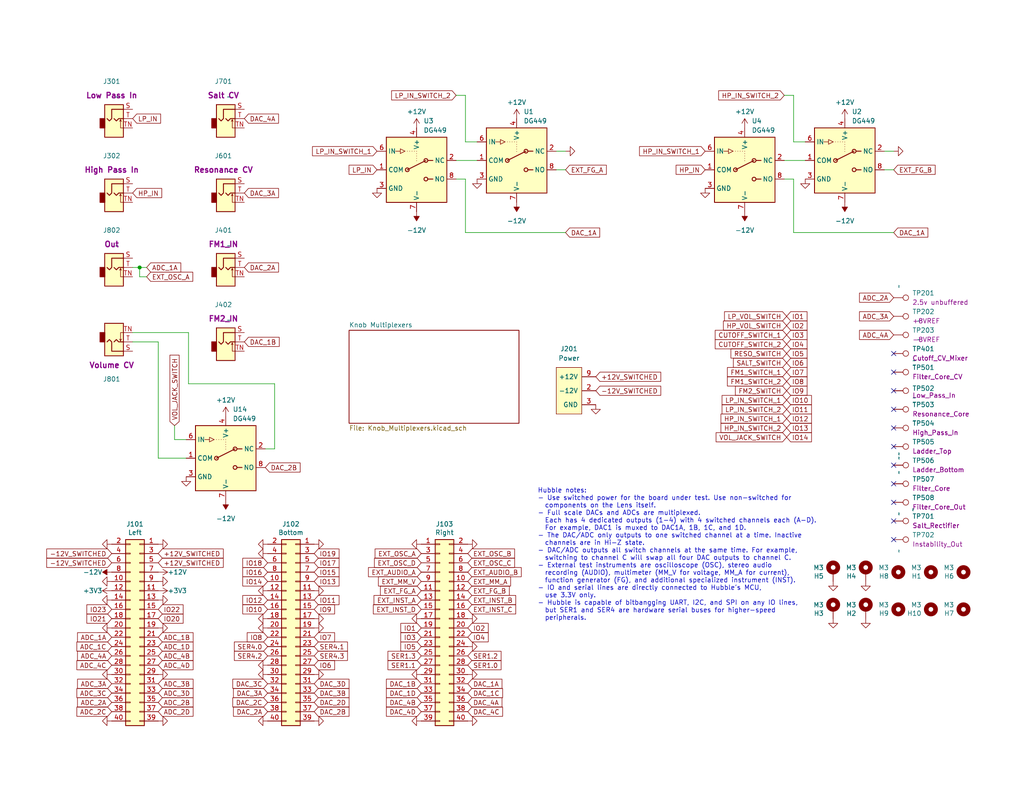
<source format=kicad_sch>
(kicad_sch (version 20250114) (generator "eeschema") (generator_version "9.0")
  (paper "USLetter")
  (title_block (title "Neptune: Hubble Lens") (date "2023-10-02") (rev "v0") (company "Winterbloom") (comment 1 "neptune.wntr.dev") (comment 2 "CERN-OHL-P v2"))
  (text "Null Values (All Knobs down (except FM1 which is centered), Audio Inputs Connected to Ground, CVs disconnected):\nLP_VOL_SWITCH: 0\nHP_VOL_SWITCH: 0\nCUTOFF_SWITCH_1: 0\nCUTOFF_SWITCH_2: 0\nRESO_SWITCH: 0\nSALT_SWITCH: 0\nFM1_SWITCH_1: 0\nFM1_SWITCH_2: 1\nFM2_SWITCH: 0\nLP_IN_SWITCH_1: 0\nLP_IN_SWITCH_2: 0\nHP_IN_SWITCH_1: 0\nHP_IN_SWITCH_2: 0\nVOL_JACK_SWITCH: 0\nAll DACS disconnected" (at -154.94 46.355 0) (effects (font (size 1.27 1.27)) (justify left bottom)))
  (text "Self Oscillation:\nLP_VOL_SWITCH: 0\nHP_VOL_SWITCH: 0\nCUTOFF_SWITCH_1: 0\nCUTOFF_SWITCH_2: 1\nRESO_SWITCH: 1\nSALT_SWITCH: 0\nFM1_SWITCH_1: 0\nFM1_SWITCH_2: 1\nFM2_SWITCH: 0\nLP_IN_SWITCH_1: 0\nLP_IN_SWITCH_2: 0\nHP_IN_SWITCH_1: 0\nHP_IN_SWITCH_2: 0\nVOL_JACK_SWITCH: 0\nAll DACS disconnected" (at -67.945 86.36 0) (effects (font (size 1.27 1.27)) (justify left bottom)))
  (text "Knob Tests" (at -157.48 52.07 0) (effects (font (size 3 3)) (justify left bottom)))
  (text "Limitations:\nCannot control Fm2 CV or Volume CV at the same time \nas FM1, Salt, or Resonance, or using the audio input DAC" (at 19.685 -10.16 0) (effects (font (size 1.27 1.27)) (justify left bottom)))
  (text "VCA:\nLP_VOL_SWITCH: 1\nHP_VOL_SWITCH: 0\nCUTOFF_SWITCH_1: 1\nCUTOFF_SWITCH_2: 0\nRESO_SWITCH: 0\nSALT_SWITCH: 0\nFM1_SWITCH_1: 0\nFM1_SWITCH_2: 1\nFM2_SWITCH: 0\nLP_IN_SWITCH_1: 0\nLP_IN_SWITCH_2: 1\nHP_IN_SWITCH_1: 0\nHP_IN_SWITCH_2: 0\nVOL_JACK_SWITCH: 1\nDAC2B +5v for VCA full volume\n" (at -111.125 205.105 0) (effects (font (size 1.27 1.27)) (justify left bottom)))
  (text "CV Tests" (at -156.845 130.175 0) (effects (font (size 3 3)) (justify left bottom)))
  (text "Salty Self Oscillation:\nLP_VOL_SWITCH: 0\nHP_VOL_SWITCH: 0\nCUTOFF_SWITCH_1: 0\nCUTOFF_SWITCH_2: 1\nRESO_SWITCH: 0\nSALT_SWITCH: 0\nFM1_SWITCH_1: 0\nFM1_SWITCH_2: 1\nFM2_SWITCH: 1\nLP_IN_SWITCH_1: 0\nLP_IN_SWITCH_2: 0\nHP_IN_SWITCH_1: 0\nHP_IN_SWITCH_2: 0\nVOL_JACK_SWITCH: 0\nDAC3A +4.4v for RESO in to just barely start self oscillation\nDAC4A +5v for full salt CV\n" (at -67.945 206.375 0) (effects (font (size 1.27 1.27)) (justify left bottom)))
  (text "High Pass Fully Closed:\nLP_VOL_SWITCH: 0\nHP_VOL_SWITCH: 1\nCUTOFF_SWITCH_1: 1\nCUTOFF_SWITCH_2: 0\nRESO_SWITCH: 0\nSALT_SWITCH: 0\nFM1_SWITCH_1: 0\nFM1_SWITCH_2: 1\nFM2_SWITCH: 0\nLP_IN_SWITCH_1: 0\nLP_IN_SWITCH_2: 0\nHP_IN_SWITCH_1: 0\nHP_IN_SWITCH_2: 1\nVOL_JACK_SWITCH: 0\nAll DACS disconnected" (at -111.125 123.825 0) (effects (font (size 1.27 1.27)) (justify left bottom)))
  (text "FM1 full inversion (should cut off audio):\nLP_VOL_SWITCH: 1\nHP_VOL_SWITCH: 0\nCUTOFF_SWITCH_1: 1\nCUTOFF_SWITCH_2: 0\nRESO_SWITCH: 0\nSALT_SWITCH: 0\nFM1_SWITCH_1: 0\nFM1_SWITCH_2: 0\nFM2_SWITCH: 0\nLP_IN_SWITCH_1: 0\nLP_IN_SWITCH_2: 1\nHP_IN_SWITCH_1: 0\nHP_IN_SWITCH_2: 0\nVOL_JACK_SWITCH: 0\nDAC2A +5v for FM1 in" (at -154.94 204.47 0) (effects (font (size 1.27 1.27)) (justify left bottom)))
  (text "Hubble notes:\n- Use switched power for the board under test. Use non-switched for\n  components on the Lens itself.\n- Full scale DACs and ADCs are multiplexed.\n  Each has 4 dedicated outputs (1-4) with 4 switched channels each (A-D).\n  For example, DAC1 is muxed to DAC1A, 1B, 1C, and 1D.\n- The DAC/ADC only outputs to one switched channel at a time. Inactive\n  channels are in Hi-Z state.\n- DAC/ADC outputs all switch channels at the same time. For example,\n  switching to channel C will swap all four DAC outputs to channel C.\n- External test instruments are oscilloscope (OSC), stereo audio\n  recording (AUDIO), multimeter (MM_V for voltage, MM_A for current),\n  function generator (FG), and additional specialized instrument (INST).\n- IO and serial lines are directly connected to Hubble's MCU,\n  use 3.3V only.\n- Hubble is capable of bitbangging UART, I2C, and SPI on any IO lines,\n  but SER1 and SER4 are hardware serial buses for higher-speed\n  peripherals." (at 146.685 169.545 0) (effects (font (size 1.27 1.27)) (justify left bottom)))
  (text "FM2 fully open:\nLP_VOL_SWITCH: 1\nHP_VOL_SWITCH: 0\nCUTOFF_SWITCH_1: 0\nCUTOFF_SWITCH_2: 0\nRESO_SWITCH: 0\nSALT_SWITCH: 0\nFM1_SWITCH_1: 0\nFM1_SWITCH_2: 1\nFM2_SWITCH: 1\nLP_IN_SWITCH_1: 0\nLP_IN_SWITCH_2: 1\nHP_IN_SWITCH_1: 0\nHP_IN_SWITCH_2: 0\nVOL_JACK_SWITCH: 0\nDAC1B +5v for FM2 in" (at -111.125 165.1 0) (effects (font (size 1.27 1.27)) (justify left bottom)))
  (text "Low Pass Fully Closed:\nLP_VOL_SWITCH: 1\nHP_VOL_SWITCH: 0\nCUTOFF_SWITCH_1: 0\nCUTOFF_SWITCH_2: 0\nRESO_SWITCH: 0\nSALT_SWITCH: 0\nFM1_SWITCH_1: 0\nFM1_SWITCH_2: 1\nFM2_SWITCH: 0\nLP_IN_SWITCH_1: 0\nLP_IN_SWITCH_2: 1\nHP_IN_SWITCH_1: 0\nHP_IN_SWITCH_2: 0\nVOL_JACK_SWITCH: 0\nAll DACS disconnected" (at -154.94 123.19 0) (effects (font (size 1.27 1.27)) (justify left bottom)))
  (text "FM1 full:\nLP_VOL_SWITCH: 1\nHP_VOL_SWITCH: 0\nCUTOFF_SWITCH_1: 0\nCUTOFF_SWITCH_2: 0\nRESO_SWITCH: 0\nSALT_SWITCH: 0\nFM1_SWITCH_1: 1\nFM1_SWITCH_2: 0\nFM2_SWITCH: 0\nLP_IN_SWITCH_1: 0\nLP_IN_SWITCH_2: 1\nHP_IN_SWITCH_1: 0\nHP_IN_SWITCH_2: 0\nVOL_JACK_SWITCH: 0\nDAC2A +5v for FM1 in" (at -154.94 164.465 0) (effects (font (size 1.27 1.27)) (justify left bottom)))
  (text "Low Pass Fully Open:\nLP_VOL_SWITCH: 1\nHP_VOL_SWITCH: 0\nCUTOFF_SWITCH_1: 1\nCUTOFF_SWITCH_2: 0\nRESO_SWITCH: 0\nSALT_SWITCH: 0\nFM1_SWITCH_1: 0\nFM1_SWITCH_2: 1\nFM2_SWITCH: 0\nLP_IN_SWITCH_1: 0\nLP_IN_SWITCH_2: 1\nHP_IN_SWITCH_1: 0\nHP_IN_SWITCH_2: 0\nVOL_JACK_SWITCH: 0\nAll DACS disconnected" (at -154.94 85.725 0) (effects (font (size 1.27 1.27)) (justify left bottom)))
  (text "Salty Self Oscillation:\nLP_VOL_SWITCH: 0\nHP_VOL_SWITCH: 0\nCUTOFF_SWITCH_1: 0\nCUTOFF_SWITCH_2: 1\nRESO_SWITCH: 1\nSALT_SWITCH: 1\nFM1_SWITCH_1: 0\nFM1_SWITCH_2: 1\nFM2_SWITCH: 0\nLP_IN_SWITCH_1: 0\nLP_IN_SWITCH_2: 0\nHP_IN_SWITCH_1: 0\nHP_IN_SWITCH_2: 0\nVOL_JACK_SWITCH: 0\nAll DACS disconnected" (at -67.945 123.825 0) (effects (font (size 1.27 1.27)) (justify left bottom)))
  (text "High Pass Fully Open:\nLP_VOL_SWITCH: 0\nHP_VOL_SWITCH: 1\nCUTOFF_SWITCH_1: 0\nCUTOFF_SWITCH_2: 0\nRESO_SWITCH: 0\nSALT_SWITCH: 0\nFM1_SWITCH_1: 0\nFM1_SWITCH_2: 1\nFM2_SWITCH: 0\nLP_IN_SWITCH_1: 0\nLP_IN_SWITCH_2: 0\nHP_IN_SWITCH_1: 0\nHP_IN_SWITCH_2: 1\nVOL_JACK_SWITCH: 0\nAll DACS disconnected" (at -110.49 86.36 0) (effects (font (size 1.27 1.27)) (justify left bottom)))
  (text "Resonance Self Oscillation:\nLP_VOL_SWITCH: 0\nHP_VOL_SWITCH: 0\nCUTOFF_SWITCH_1: 0\nCUTOFF_SWITCH_2: 1\nRESO_SWITCH: 0\nSALT_SWITCH: 0\nFM1_SWITCH_1: 0\nFM1_SWITCH_2: 1\nFM2_SWITCH: 1\nLP_IN_SWITCH_1: 0\nLP_IN_SWITCH_2: 0\nHP_IN_SWITCH_1: 0\nHP_IN_SWITCH_2: 0\nVOL_JACK_SWITCH: 0\nDAC3A +4.4v for RESO in to just barely start self oscillation" (at -67.945 165.1 0) (effects (font (size 1.27 1.27)) (justify left bottom)))
  (junction (at 38.1 73.025))
  (no_connect (at 243.84 137.16))
  (no_connect (at 243.84 121.92))
  (no_connect (at 243.84 101.6))
  (no_connect (at 243.84 132.08))
  (no_connect (at 243.84 106.68))
  (no_connect (at 243.84 142.24))
  (no_connect (at 243.84 147.32))
  (no_connect (at 243.84 111.76))
  (no_connect (at 243.84 96.52))
  (no_connect (at 243.84 116.84))
  (no_connect (at 243.84 127))
  (wire (pts (xy 38.1 73.025) (xy 36.195 73.025)))
  (wire (pts (xy 51.435 90.805) (xy 36.195 90.805)))
  (wire (pts (xy 241.3 46.355) (xy 243.84 46.355)))
  (wire (pts (xy 151.765 46.355) (xy 154.305 46.355)))
  (wire (pts (xy 40.005 73.025) (xy 38.1 73.025)))
  (wire (pts (xy 127 48.895) (xy 124.46 48.895)))
  (wire (pts (xy 74.93 104.775) (xy 51.435 104.775)))
  (wire (pts (xy 40.005 75.565) (xy 38.1 75.565)))
  (wire (pts (xy 47.625 120.015) (xy 50.8 120.015)))
  (wire (pts (xy 216.535 63.5) (xy 243.84 63.5)))
  (wire (pts (xy 72.39 122.555) (xy 74.93 122.555)))
  (wire (pts (xy 47.625 116.205) (xy 47.625 120.015)))
  (wire (pts (xy 216.535 48.895) (xy 213.995 48.895)))
  (wire (pts (xy 50.8 125.095) (xy 43.18 125.095)))
  (wire (pts (xy 124.46 26.035) (xy 127 26.035)))
  (wire (pts (xy 36.195 93.345) (xy 43.18 93.345)))
  (wire (pts (xy 213.995 26.035) (xy 216.535 26.035)))
  (wire (pts (xy 216.535 26.035) (xy 216.535 38.735)))
  (wire (pts (xy 127 63.5) (xy 154.305 63.5)))
  (wire (pts (xy 127 26.035) (xy 127 38.735)))
  (wire (pts (xy 216.535 63.5) (xy 216.535 48.895)))
  (wire (pts (xy 127 38.735) (xy 130.175 38.735)))
  (wire (pts (xy 38.1 75.565) (xy 38.1 73.025)))
  (wire (pts (xy 51.435 90.805) (xy 51.435 104.775)))
  (wire (pts (xy 151.765 41.275) (xy 154.305 41.275)))
  (wire (pts (xy 216.535 38.735) (xy 219.71 38.735)))
  (wire (pts (xy 43.18 125.095) (xy 43.18 93.345)))
  (wire (pts (xy 124.46 43.815) (xy 130.175 43.815)))
  (wire (pts (xy 213.995 43.815) (xy 219.71 43.815)))
  (wire (pts (xy 74.93 122.555) (xy 74.93 104.775)))
  (wire (pts (xy 241.3 41.275) (xy 243.84 41.275)))
  (wire (pts (xy 127 63.5) (xy 127 48.895)))
  (global_label "ADC_3C" (shape input) (at 30.48 189.23 180) (property "Intersheetrefs" "${INTERSHEET_REFS}" (effects (hide yes))))
  (global_label "IO16" (shape input) (at 73.025 156.21 180) (property "Intersheetrefs" "${INTERSHEET_REFS}" (effects (hide yes))))
  (global_label "DAC_3D" (shape input) (at 85.725 186.69 0) (property "Intersheetrefs" "${INTERSHEET_REFS}" (effects (hide yes))))
  (global_label "IO5" (shape input) (at 114.935 176.53 180) (property "Intersheetrefs" "${INTERSHEET_REFS}" (effects (hide yes))))
  (global_label "+12V_SWITCHED" (shape input) (at 43.18 153.67 0) (property "Intersheetrefs" "${INTERSHEET_REFS}" (effects (hide yes))))
  (global_label "IO8" (shape input) (at 73.025 173.99 180) (property "Intersheetrefs" "${INTERSHEET_REFS}" (effects (hide yes))))
  (global_label "IO19" (shape input) (at 85.725 151.13 0) (property "Intersheetrefs" "${INTERSHEET_REFS}" (effects (hide yes))))
  (global_label "IO11" (shape input) (at 214.63 111.76 0) (property "Intersheetrefs" "${INTERSHEET_REFS}" (effects (hide yes))))
  (global_label "IO14" (shape input) (at 214.63 119.38 0) (property "Intersheetrefs" "${INTERSHEET_REFS}" (effects (hide yes))))
  (global_label "HP_IN" (shape input) (at 192.405 46.355 180) (property "Intersheetrefs" "${INTERSHEET_REFS}" (effects (hide yes))))
  (global_label "DAC_3C" (shape input) (at 73.025 186.69 180) (property "Intersheetrefs" "${INTERSHEET_REFS}" (effects (hide yes))))
  (global_label "IO3" (shape input) (at 114.935 173.99 180) (property "Intersheetrefs" "${INTERSHEET_REFS}" (effects (hide yes))))
  (global_label "FM1_SWITCH_1" (shape input) (at 214.63 101.6 180) (property "Intersheetrefs" "${INTERSHEET_REFS}" (effects (hide yes))))
  (global_label "ADC_4B" (shape input) (at 43.18 179.07 0) (property "Intersheetrefs" "${INTERSHEET_REFS}" (effects (hide yes))))
  (global_label "DAC_1B" (shape input) (at 114.935 186.69 180) (property "Intersheetrefs" "${INTERSHEET_REFS}" (effects (hide yes))))
  (global_label "FM2_SWITCH" (shape input) (at 214.63 106.68 180) (property "Intersheetrefs" "${INTERSHEET_REFS}" (effects (hide yes))))
  (global_label "IO11" (shape input) (at 85.725 163.83 0) (property "Intersheetrefs" "${INTERSHEET_REFS}" (effects (hide yes))))
  (global_label "HP_IN_SWITCH_2" (shape input) (at 214.63 116.84 180) (property "Intersheetrefs" "${INTERSHEET_REFS}" (effects (hide yes))))
  (global_label "SER4.3" (shape input) (at 85.725 179.07 0) (property "Intersheetrefs" "${INTERSHEET_REFS}" (effects (hide yes))))
  (global_label "IO18" (shape input) (at 73.025 153.67 180) (property "Intersheetrefs" "${INTERSHEET_REFS}" (effects (hide yes))))
  (global_label "DAC_1A" (shape input) (at 154.305 63.5 0) (property "Intersheetrefs" "${INTERSHEET_REFS}" (effects (hide yes))))
  (global_label "HP_IN" (shape input) (at 36.195 52.705 0) (property "Intersheetrefs" "${INTERSHEET_REFS}" (effects (hide yes))))
  (global_label "VOL_JACK_SWITCH" (shape input) (at 214.63 119.38 180) (property "Intersheetrefs" "${INTERSHEET_REFS}" (effects (hide yes))))
  (global_label "ADC_2A" (shape input) (at 30.48 191.77 180) (property "Intersheetrefs" "${INTERSHEET_REFS}" (effects (hide yes))))
  (global_label "IO23" (shape input) (at 30.48 166.37 180) (property "Intersheetrefs" "${INTERSHEET_REFS}" (effects (hide yes))))
  (global_label "IO7" (shape input) (at 85.725 173.99 0) (property "Intersheetrefs" "${INTERSHEET_REFS}" (effects (hide yes))))
  (global_label "ADC_3A" (shape input) (at 30.48 186.69 180) (property "Intersheetrefs" "${INTERSHEET_REFS}" (effects (hide yes))))
  (global_label "SER4.0" (shape input) (at 73.025 176.53 180) (property "Intersheetrefs" "${INTERSHEET_REFS}" (effects (hide yes))))
  (global_label "LP_IN_SWITCH_1" (shape input) (at 214.63 109.22 180) (property "Intersheetrefs" "${INTERSHEET_REFS}" (effects (hide yes))))
  (global_label "IO6" (shape input) (at 85.725 181.61 0) (property "Intersheetrefs" "${INTERSHEET_REFS}" (effects (hide yes))))
  (global_label "IO12" (shape input) (at 214.63 114.3 0) (property "Intersheetrefs" "${INTERSHEET_REFS}" (effects (hide yes))))
  (global_label "IO15" (shape input) (at 85.725 156.21 0) (property "Intersheetrefs" "${INTERSHEET_REFS}" (effects (hide yes))))
  (global_label "EXT_FG_A" (shape input) (at 154.305 46.355 0) (property "Intersheetrefs" "${INTERSHEET_REFS}" (effects (hide yes))))
  (global_label "SER1.0" (shape input) (at 127.635 181.61 0) (property "Intersheetrefs" "${INTERSHEET_REFS}" (effects (hide yes))))
  (global_label "EXT_INST_D" (shape input) (at 114.935 166.37 180) (property "Intersheetrefs" "${INTERSHEET_REFS}" (effects (hide yes))))
  (global_label "IO2" (shape input) (at 127.635 171.45 0) (property "Intersheetrefs" "${INTERSHEET_REFS}" (effects (hide yes))))
  (global_label "IO4" (shape input) (at 127.635 173.99 0) (property "Intersheetrefs" "${INTERSHEET_REFS}" (effects (hide yes))))
  (global_label "IO1" (shape input) (at 214.63 86.36 0) (property "Intersheetrefs" "${INTERSHEET_REFS}" (effects (hide yes))))
  (global_label "EXT_OSC_C" (shape input) (at 127.635 153.67 0) (property "Intersheetrefs" "${INTERSHEET_REFS}" (effects (hide yes))))
  (global_label "EXT_FG_A" (shape input) (at 114.935 161.29 180) (property "Intersheetrefs" "${INTERSHEET_REFS}" (effects (hide yes))))
  (global_label "HP_IN_SWITCH_1" (shape input) (at 214.63 114.3 180) (property "Intersheetrefs" "${INTERSHEET_REFS}" (effects (hide yes))))
  (global_label "IO2" (shape input) (at 214.63 88.9 0) (property "Intersheetrefs" "${INTERSHEET_REFS}" (effects (hide yes))))
  (global_label "IO4" (shape input) (at 214.63 93.98 0) (property "Intersheetrefs" "${INTERSHEET_REFS}" (effects (hide yes))))
  (global_label "EXT_OSC_D" (shape input) (at 114.935 153.67 180) (property "Intersheetrefs" "${INTERSHEET_REFS}" (effects (hide yes))))
  (global_label "IO22" (shape input) (at 43.18 166.37 0) (property "Intersheetrefs" "${INTERSHEET_REFS}" (effects (hide yes))))
  (global_label "DAC_4D" (shape input) (at 114.935 194.31 180) (property "Intersheetrefs" "${INTERSHEET_REFS}" (effects (hide yes))))
  (global_label "RESO_SWITCH" (shape input) (at 214.63 96.52 180) (property "Intersheetrefs" "${INTERSHEET_REFS}" (effects (hide yes))))
  (global_label "EXT_INST_C" (shape input) (at 127.635 166.37 0) (property "Intersheetrefs" "${INTERSHEET_REFS}" (effects (hide yes))))
  (global_label "FM1_SWITCH_2" (shape input) (at 214.63 104.14 180) (property "Intersheetrefs" "${INTERSHEET_REFS}" (effects (hide yes))))
  (global_label "EXT_MM_V" (shape input) (at 114.935 158.75 180) (property "Intersheetrefs" "${INTERSHEET_REFS}" (effects (hide yes))))
  (global_label "IO13" (shape input) (at 214.63 116.84 0) (property "Intersheetrefs" "${INTERSHEET_REFS}" (effects (hide yes))))
  (global_label "-12V_SWITCHED" (shape input) (at 30.48 151.13 180) (property "Intersheetrefs" "${INTERSHEET_REFS}" (effects (hide yes))))
  (global_label "ADC_1A" (shape input) (at 30.48 173.99 180) (property "Intersheetrefs" "${INTERSHEET_REFS}" (effects (hide yes))))
  (global_label "IO9" (shape input) (at 85.725 166.37 0) (property "Intersheetrefs" "${INTERSHEET_REFS}" (effects (hide yes))))
  (global_label "EXT_INST_B" (shape input) (at 127.635 163.83 0) (property "Intersheetrefs" "${INTERSHEET_REFS}" (effects (hide yes))))
  (global_label "EXT_FG_B" (shape input) (at 127.635 161.29 0) (property "Intersheetrefs" "${INTERSHEET_REFS}" (effects (hide yes))))
  (global_label "ADC_4A" (shape input) (at 30.48 179.07 180) (property "Intersheetrefs" "${INTERSHEET_REFS}" (effects (hide yes))))
  (global_label "DAC_2B" (shape input) (at 72.39 127.635 0) (property "Intersheetrefs" "${INTERSHEET_REFS}" (effects (hide yes))))
  (global_label "IO20" (shape input) (at 43.18 168.91 0) (property "Intersheetrefs" "${INTERSHEET_REFS}" (effects (hide yes))))
  (global_label "ADC_2A" (shape input) (at 243.84 81.28 180) (property "Intersheetrefs" "${INTERSHEET_REFS}" (effects (hide yes))))
  (global_label "IO17" (shape input) (at 85.725 153.67 0) (property "Intersheetrefs" "${INTERSHEET_REFS}" (effects (hide yes))))
  (global_label "+12V_SWITCHED" (shape input) (at 43.18 151.13 0) (property "Intersheetrefs" "${INTERSHEET_REFS}" (effects (hide yes))))
  (global_label "DAC_1D" (shape input) (at 114.935 189.23 180) (property "Intersheetrefs" "${INTERSHEET_REFS}" (effects (hide yes))))
  (global_label "ADC_4C" (shape input) (at 30.48 181.61 180) (property "Intersheetrefs" "${INTERSHEET_REFS}" (effects (hide yes))))
  (global_label "SER1.3" (shape input) (at 114.935 179.07 180) (property "Intersheetrefs" "${INTERSHEET_REFS}" (effects (hide yes))))
  (global_label "DAC_1B" (shape input) (at 66.675 93.345 0) (property "Intersheetrefs" "${INTERSHEET_REFS}" (effects (hide yes))))
  (global_label "DAC_1A" (shape input) (at 127.635 186.69 0) (property "Intersheetrefs" "${INTERSHEET_REFS}" (effects (hide yes))))
  (global_label "ADC_1C" (shape input) (at 30.48 176.53 180) (property "Intersheetrefs" "${INTERSHEET_REFS}" (effects (hide yes))))
  (global_label "DAC_2A" (shape input) (at 73.025 194.31 180) (property "Intersheetrefs" "${INTERSHEET_REFS}" (effects (hide yes))))
  (global_label "IO12" (shape input) (at 73.025 163.83 180) (property "Intersheetrefs" "${INTERSHEET_REFS}" (effects (hide yes))))
  (global_label "ADC_3D" (shape input) (at 43.18 189.23 0) (property "Intersheetrefs" "${INTERSHEET_REFS}" (effects (hide yes))))
  (global_label "DAC_4B" (shape input) (at 114.935 191.77 180) (property "Intersheetrefs" "${INTERSHEET_REFS}" (effects (hide yes))))
  (global_label "DAC_3B" (shape input) (at 85.725 189.23 0) (property "Intersheetrefs" "${INTERSHEET_REFS}" (effects (hide yes))))
  (global_label "VOL_JACK_SWITCH" (shape input) (at 47.625 116.205 90) (property "Intersheetrefs" "${INTERSHEET_REFS}" (effects (hide yes))))
  (global_label "DAC_4C" (shape input) (at 127.635 194.31 0) (property "Intersheetrefs" "${INTERSHEET_REFS}" (effects (hide yes))))
  (global_label "IO7" (shape input) (at 214.63 101.6 0) (property "Intersheetrefs" "${INTERSHEET_REFS}" (effects (hide yes))))
  (global_label "SER1.1" (shape input) (at 114.935 181.61 180) (property "Intersheetrefs" "${INTERSHEET_REFS}" (effects (hide yes))))
  (global_label "DAC_2B" (shape input) (at 85.725 194.31 0) (property "Intersheetrefs" "${INTERSHEET_REFS}" (effects (hide yes))))
  (global_label "EXT_MM_A" (shape input) (at 127.635 158.75 0) (property "Intersheetrefs" "${INTERSHEET_REFS}" (effects (hide yes))))
  (global_label "LP_IN_SWITCH_2" (shape input) (at 214.63 111.76 180) (property "Intersheetrefs" "${INTERSHEET_REFS}" (effects (hide yes))))
  (global_label "IO3" (shape input) (at 214.63 91.44 0) (property "Intersheetrefs" "${INTERSHEET_REFS}" (effects (hide yes))))
  (global_label "SALT_SWITCH" (shape input) (at 214.63 99.06 180) (property "Intersheetrefs" "${INTERSHEET_REFS}" (effects (hide yes))))
  (global_label "EXT_OSC_B" (shape input) (at 127.635 151.13 0) (property "Intersheetrefs" "${INTERSHEET_REFS}" (effects (hide yes))))
  (global_label "SER1.2" (shape input) (at 127.635 179.07 0) (property "Intersheetrefs" "${INTERSHEET_REFS}" (effects (hide yes))))
  (global_label "EXT_AUDIO_B" (shape input) (at 127.635 156.21 0) (property "Intersheetrefs" "${INTERSHEET_REFS}" (effects (hide yes))))
  (global_label "DAC_1A" (shape input) (at 243.84 63.5 0) (property "Intersheetrefs" "${INTERSHEET_REFS}" (effects (hide yes))))
  (global_label "IO21" (shape input) (at 30.48 168.91 180) (property "Intersheetrefs" "${INTERSHEET_REFS}" (effects (hide yes))))
  (global_label "ADC_3B" (shape input) (at 43.18 186.69 0) (property "Intersheetrefs" "${INTERSHEET_REFS}" (effects (hide yes))))
  (global_label "ADC_1D" (shape input) (at 43.18 176.53 0) (property "Intersheetrefs" "${INTERSHEET_REFS}" (effects (hide yes))))
  (global_label "EXT_AUDIO_A" (shape input) (at 114.935 156.21 180) (property "Intersheetrefs" "${INTERSHEET_REFS}" (effects (hide yes))))
  (global_label "CUTOFF_SWITCH_2" (shape input) (at 214.63 93.98 180) (property "Intersheetrefs" "${INTERSHEET_REFS}" (effects (hide yes))))
  (global_label "ADC_2B" (shape input) (at 43.18 191.77 0) (property "Intersheetrefs" "${INTERSHEET_REFS}" (effects (hide yes))))
  (global_label "DAC_2D" (shape input) (at 85.725 191.77 0) (property "Intersheetrefs" "${INTERSHEET_REFS}" (effects (hide yes))))
  (global_label "DAC_2A" (shape input) (at 66.675 73.025 0) (property "Intersheetrefs" "${INTERSHEET_REFS}" (effects (hide yes))))
  (global_label "SER4.2" (shape input) (at 73.025 179.07 180) (property "Intersheetrefs" "${INTERSHEET_REFS}" (effects (hide yes))))
  (global_label "LP_IN" (shape input) (at 102.87 46.355 180) (property "Intersheetrefs" "${INTERSHEET_REFS}" (effects (hide yes))))
  (global_label "-12V_SWITCHED" (shape input) (at 162.56 106.68 0) (property "Intersheetrefs" "${INTERSHEET_REFS}" (effects (hide yes))))
  (global_label "-12V_SWITCHED" (shape input) (at 30.48 153.67 180) (property "Intersheetrefs" "${INTERSHEET_REFS}" (effects (hide yes))))
  (global_label "ADC_2D" (shape input) (at 43.18 194.31 0) (property "Intersheetrefs" "${INTERSHEET_REFS}" (effects (hide yes))))
  (global_label "EXT_OSC_A" (shape input) (at 40.005 75.565 0) (property "Intersheetrefs" "${INTERSHEET_REFS}" (effects (hide yes))))
  (global_label "DAC_3A" (shape input) (at 73.025 189.23 180) (property "Intersheetrefs" "${INTERSHEET_REFS}" (effects (hide yes))))
  (global_label "HP_VOL_SWITCH" (shape input) (at 214.63 88.9 180) (property "Intersheetrefs" "${INTERSHEET_REFS}" (effects (hide yes))))
  (global_label "CUTOFF_SWITCH_1" (shape input) (at 214.63 91.44 180) (property "Intersheetrefs" "${INTERSHEET_REFS}" (effects (hide yes))))
  (global_label "DAC_4A" (shape input) (at 66.675 32.385 0) (property "Intersheetrefs" "${INTERSHEET_REFS}" (effects (hide yes))))
  (global_label "SER4.1" (shape input) (at 85.725 176.53 0) (property "Intersheetrefs" "${INTERSHEET_REFS}" (effects (hide yes))))
  (global_label "EXT_FG_B" (shape input) (at 243.84 46.355 0) (property "Intersheetrefs" "${INTERSHEET_REFS}" (effects (hide yes))))
  (global_label "LP_IN_SWITCH_1" (shape input) (at 102.87 41.275 180) (property "Intersheetrefs" "${INTERSHEET_REFS}" (effects (hide yes))))
  (global_label "IO14" (shape input) (at 73.025 158.75 180) (property "Intersheetrefs" "${INTERSHEET_REFS}" (effects (hide yes))))
  (global_label "IO8" (shape input) (at 214.63 104.14 0) (property "Intersheetrefs" "${INTERSHEET_REFS}" (effects (hide yes))))
  (global_label "LP_IN_SWITCH_2" (shape input) (at 124.46 26.035 180) (property "Intersheetrefs" "${INTERSHEET_REFS}" (effects (hide yes))))
  (global_label "IO1" (shape input) (at 114.935 171.45 180) (property "Intersheetrefs" "${INTERSHEET_REFS}" (effects (hide yes))))
  (global_label "DAC_4A" (shape input) (at 127.635 191.77 0) (property "Intersheetrefs" "${INTERSHEET_REFS}" (effects (hide yes))))
  (global_label "HP_IN_SWITCH_1" (shape input) (at 192.405 41.275 180) (property "Intersheetrefs" "${INTERSHEET_REFS}" (effects (hide yes))))
  (global_label "EXT_OSC_A" (shape input) (at 114.935 151.13 180) (property "Intersheetrefs" "${INTERSHEET_REFS}" (effects (hide yes))))
  (global_label "LP_VOL_SWITCH" (shape input) (at 214.63 86.36 180) (property "Intersheetrefs" "${INTERSHEET_REFS}" (effects (hide yes))))
  (global_label "ADC_3A" (shape input) (at 243.84 86.36 180) (property "Intersheetrefs" "${INTERSHEET_REFS}" (effects (hide yes))))
  (global_label "ADC_1B" (shape input) (at 43.18 173.99 0) (property "Intersheetrefs" "${INTERSHEET_REFS}" (effects (hide yes))))
  (global_label "ADC_4D" (shape input) (at 43.18 181.61 0) (property "Intersheetrefs" "${INTERSHEET_REFS}" (effects (hide yes))))
  (global_label "HP_IN_SWITCH_2" (shape input) (at 213.995 26.035 180) (property "Intersheetrefs" "${INTERSHEET_REFS}" (effects (hide yes))))
  (global_label "IO9" (shape input) (at 214.63 106.68 0) (property "Intersheetrefs" "${INTERSHEET_REFS}" (effects (hide yes))))
  (global_label "DAC_1C" (shape input) (at 127.635 189.23 0) (property "Intersheetrefs" "${INTERSHEET_REFS}" (effects (hide yes))))
  (global_label "IO10" (shape input) (at 73.025 166.37 180) (property "Intersheetrefs" "${INTERSHEET_REFS}" (effects (hide yes))))
  (global_label "IO10" (shape input) (at 214.63 109.22 0) (property "Intersheetrefs" "${INTERSHEET_REFS}" (effects (hide yes))))
  (global_label "ADC_1A" (shape input) (at 40.005 73.025 0) (property "Intersheetrefs" "${INTERSHEET_REFS}" (effects (hide yes))))
  (global_label "DAC_3A" (shape input) (at 66.675 52.705 0) (property "Intersheetrefs" "${INTERSHEET_REFS}" (effects (hide yes))))
  (global_label "ADC_2C" (shape input) (at 30.48 194.31 180) (property "Intersheetrefs" "${INTERSHEET_REFS}" (effects (hide yes))))
  (global_label "+12V_SWITCHED" (shape input) (at 162.56 102.87 0) (property "Intersheetrefs" "${INTERSHEET_REFS}" (effects (hide yes))))
  (global_label "ADC_4A" (shape input) (at 243.84 91.44 180) (property "Intersheetrefs" "${INTERSHEET_REFS}" (effects (hide yes))))
  (global_label "LP_IN" (shape input) (at 36.195 32.385 0) (property "Intersheetrefs" "${INTERSHEET_REFS}" (effects (hide yes))))
  (global_label "IO13" (shape input) (at 85.725 158.75 0) (property "Intersheetrefs" "${INTERSHEET_REFS}" (effects (hide yes))))
  (global_label "IO6" (shape input) (at 214.63 99.06 0) (property "Intersheetrefs" "${INTERSHEET_REFS}" (effects (hide yes))))
  (global_label "IO5" (shape input) (at 214.63 96.52 0) (property "Intersheetrefs" "${INTERSHEET_REFS}" (effects (hide yes))))
  (global_label "EXT_INST_A" (shape input) (at 114.935 163.83 180) (property "Intersheetrefs" "${INTERSHEET_REFS}" (effects (hide yes))))
  (global_label "DAC_2C" (shape input) (at 73.025 191.77 180) (property "Intersheetrefs" "${INTERSHEET_REFS}" (effects (hide yes))))
  (symbol (lib_id "power:GND") (at 43.18 148.59 90) (unit 1)
    (property "Reference" "#PWR0101" (effects (hide yes)))
    (property "Value" "GND" (effects (hide yes)))
  )
  (symbol (lib_id "power:GND") (at 30.48 148.59 270) (unit 1)
    (property "Reference" "#PWR0104" (effects (hide yes)))
    (property "Value" "GND" (effects (hide yes)))
  )
  (symbol (lib_id "power:GND") (at 30.48 158.75 270) (unit 1)
    (property "Reference" "#PWR0115" (effects (hide yes)))
    (property "Value" "GND" (effects (hide yes)))
  )
  (symbol (lib_id "power:GND") (at 30.48 163.83 270) (unit 1)
    (property "Reference" "#PWR0117" (effects (hide yes)))
    (property "Value" "GND" (effects (hide yes)))
  )
  (symbol (lib_id "power:GND") (at 43.18 158.75 90) (unit 1)
    (property "Reference" "#PWR0120" (effects (hide yes)))
    (property "Value" "GND" (effects (hide yes)))
  )
  (symbol (lib_id "power:GND") (at 43.18 163.83 90) (unit 1)
    (property "Reference" "#PWR0121" (effects (hide yes)))
    (property "Value" "GND" (effects (hide yes)))
  )
  (symbol (lib_id "power:GND") (at 30.48 196.85 270) (unit 1)
    (property "Reference" "#PWR0124" (effects (hide yes)))
    (property "Value" "GND" (effects (hide yes)))
  )
  (symbol (lib_id "power:GND") (at 43.18 196.85 90) (unit 1)
    (property "Reference" "#PWR0125" (effects (hide yes)))
    (property "Value" "GND" (effects (hide yes)))
  )
  (symbol (lib_id "hubble-lens-rescue:+3.3V-power") (at 43.18 161.29 270) (unit 1)
    (property "Reference" "#PWR0131" (effects (hide yes)))
    (property "Value" "+3V3" (at 45.72 161.29 90) (effects (justify left)))
  )
  (symbol (lib_id "hubble-lens-rescue:+3.3V-power") (at 30.48 161.29 90) (unit 1)
    (property "Reference" "#PWR0132" (effects (hide yes)))
    (property "Value" "+3V3" (at 27.94 161.29 90) (effects (justify left)))
  )
  (symbol (lib_id "power:GND") (at 127.635 148.59 90) (unit 1)
    (property "Reference" "#PWR0133" (effects (hide yes)))
    (property "Value" "GND" (effects (hide yes)))
  )
  (symbol (lib_id "power:GND") (at 114.935 148.59 270) (unit 1)
    (property "Reference" "#PWR0134" (effects (hide yes)))
    (property "Value" "GND" (effects (hide yes)))
  )
  (symbol (lib_id "Connector_Generic:Conn_02x20_Odd_Even") (at 38.1 171.45 0) (mirror y) (unit 1)
    (property "Reference" "J101" (at 36.83 143.0782 0))
    (property "Value" "Left" (at 36.83 145.3896 0))
    (property "Footprint" "Connector_PinSocket_2.54mm:PinSocket_2x20_P2.54mm_Vertical" (effects (hide yes)))
  )
  (symbol (lib_id "power:GND") (at 114.935 168.91 270) (unit 1)
    (property "Reference" "#PWR0137" (effects (hide yes)))
    (property "Value" "GND" (effects (hide yes)))
  )
  (symbol (lib_id "power:GND") (at 127.635 168.91 90) (unit 1)
    (property "Reference" "#PWR0138" (effects (hide yes)))
    (property "Value" "GND" (effects (hide yes)))
  )
  (symbol (lib_id "power:GND") (at 114.935 196.85 270) (unit 1)
    (property "Reference" "#PWR0141" (effects (hide yes)))
    (property "Value" "GND" (effects (hide yes)))
  )
  (symbol (lib_id "Connector_Generic:Conn_02x20_Odd_Even") (at 80.645 171.45 0) (mirror y) (unit 1)
    (property "Reference" "J102" (at 79.375 143.0782 0))
    (property "Value" "Bottom" (at 79.375 145.3896 0))
    (property "Footprint" "Connector_PinSocket_2.54mm:PinSocket_2x20_P2.54mm_Vertical" (effects (hide yes)))
  )
  (symbol (lib_id "power:GND") (at 127.635 196.85 90) (unit 1)
    (property "Reference" "#PWR0142" (effects (hide yes)))
    (property "Value" "GND" (effects (hide yes)))
  )
  (symbol (lib_id "power:GND") (at 73.025 148.59 270) (unit 1)
    (property "Reference" "#PWR0143" (effects (hide yes)))
    (property "Value" "GND" (effects (hide yes)))
  )
  (symbol (lib_id "power:GND") (at 73.025 196.85 270) (unit 1)
    (property "Reference" "#PWR0144" (effects (hide yes)))
    (property "Value" "GND" (effects (hide yes)))
  )
  (symbol (lib_id "power:GND") (at 85.725 148.59 90) (unit 1)
    (property "Reference" "#PWR0145" (effects (hide yes)))
    (property "Value" "GND" (effects (hide yes)))
  )
  (symbol (lib_id "power:GND") (at 85.725 196.85 90) (unit 1)
    (property "Reference" "#PWR0146" (effects (hide yes)))
    (property "Value" "GND" (effects (hide yes)))
  )
  (symbol (lib_id "Connector_Generic:Conn_02x20_Odd_Even") (at 120.015 171.45 0) (unit 1)
    (property "Reference" "J103" (at 121.285 143.0782 0))
    (property "Value" "Right" (at 121.285 145.3896 0))
    (property "Footprint" "Connector_PinSocket_2.54mm:PinSocket_2x20_P2.54mm_Vertical" (effects (hide yes)))
  )
  (symbol (lib_id "Mechanical:MountingHole_Pad") (at 236.22 166.37 0) (unit 1)
    (property "Reference" "H2" (at 233.68 167.4622 0) (effects (justify right)))
    (property "Value" "M3" (at 233.68 165.1508 0) (effects (justify right)))
    (property "Footprint" "MountingHole:MountingHole_3.2mm_M3_Pad_Via" (effects (hide yes)))
  )
  (symbol (lib_id "Mechanical:MountingHole_Pad") (at 227.33 166.37 0) (unit 1)
    (property "Reference" "H3" (at 224.79 167.4622 0) (effects (justify right)))
    (property "Value" "M3" (at 224.79 165.1508 0) (effects (justify right)))
    (property "Footprint" "MountingHole:MountingHole_3.2mm_M3_Pad_Via" (effects (hide yes)))
  )
  (symbol (lib_id "Mechanical:MountingHole_Pad") (at 236.22 156.21 0) (unit 1)
    (property "Reference" "H4" (at 233.68 157.3022 0) (effects (justify right)))
    (property "Value" "M3" (at 233.68 154.9908 0) (effects (justify right)))
    (property "Footprint" "MountingHole:MountingHole_3.2mm_M3_Pad_Via" (effects (hide yes)))
  )
  (symbol (lib_id "Mechanical:MountingHole_Pad") (at 227.33 156.21 0) (unit 1)
    (property "Reference" "H5" (at 224.79 157.3022 0) (effects (justify right)))
    (property "Value" "M3" (at 224.79 154.9908 0) (effects (justify right)))
    (property "Footprint" "MountingHole:MountingHole_3.2mm_M3_Pad_Via" (effects (hide yes)))
  )
  (symbol (lib_id "Mechanical:MountingHole") (at 262.89 156.21 0) (unit 1)
    (property "Reference" "H6" (at 260.35 157.3022 0) (effects (justify right)))
    (property "Value" "M3" (at 260.35 154.9908 0) (effects (justify right)))
    (property "Footprint" "MountingHole:MountingHole_3.2mm_M3" (effects (hide yes)))
  )
  (symbol (lib_id "Mechanical:MountingHole") (at 262.89 166.37 0) (unit 1)
    (property "Reference" "H7" (at 260.35 167.4622 0) (effects (justify right)))
    (property "Value" "M3" (at 260.35 165.1508 0) (effects (justify right)))
    (property "Footprint" "MountingHole:MountingHole_3.2mm_M3" (effects (hide yes)))
  )
  (symbol (lib_id "Mechanical:MountingHole") (at 245.11 156.21 0) (unit 1)
    (property "Reference" "H8" (at 242.57 157.3022 0) (effects (justify right)))
    (property "Value" "M3" (at 242.57 154.9908 0) (effects (justify right)))
    (property "Footprint" "MountingHole:MountingHole_3.2mm_M3" (effects (hide yes)))
  )
  (symbol (lib_id "Mechanical:MountingHole") (at 245.11 166.37 0) (unit 1)
    (property "Reference" "H9" (at 242.57 167.4622 0) (effects (justify right)))
    (property "Value" "M3" (at 242.57 165.1508 0) (effects (justify right)))
    (property "Footprint" "MountingHole:MountingHole_3.2mm_M3" (effects (hide yes)))
  )
  (symbol (lib_id "power:GND") (at 73.025 184.15 270) (unit 1)
    (property "Reference" "#PWR0105" (effects (hide yes)))
    (property "Value" "GND" (effects (hide yes)))
  )
  (symbol (lib_id "power:GND") (at 73.025 181.61 270) (unit 1)
    (property "Reference" "#PWR0116" (effects (hide yes)))
    (property "Value" "GND" (effects (hide yes)))
  )
  (symbol (lib_id "power:GND") (at 73.025 171.45 270) (unit 1)
    (property "Reference" "#PWR0118" (effects (hide yes)))
    (property "Value" "GND" (effects (hide yes)))
  )
  (symbol (lib_id "power:GND") (at 73.025 168.91 270) (unit 1)
    (property "Reference" "#PWR0122" (effects (hide yes)))
    (property "Value" "GND" (effects (hide yes)))
  )
  (symbol (lib_id "power:GND") (at 73.025 161.29 270) (unit 1)
    (property "Reference" "#PWR0123" (effects (hide yes)))
    (property "Value" "GND" (effects (hide yes)))
  )
  (symbol (lib_id "power:GND") (at 85.725 171.45 90) (unit 1)
    (property "Reference" "#PWR0127" (effects (hide yes)))
    (property "Value" "GND" (effects (hide yes)))
  )
  (symbol (lib_id "power:GND") (at 85.725 168.91 90) (unit 1)
    (property "Reference" "#PWR0128" (effects (hide yes)))
    (property "Value" "GND" (effects (hide yes)))
  )
  (symbol (lib_id "power:GND") (at 85.725 161.29 90) (unit 1)
    (property "Reference" "#PWR0135" (effects (hide yes)))
    (property "Value" "GND" (effects (hide yes)))
  )
  (symbol (lib_id "power:GND") (at 85.725 184.15 90) (unit 1)
    (property "Reference" "#PWR0136" (effects (hide yes)))
    (property "Value" "GND" (effects (hide yes)))
  )
  (symbol (lib_id "power:GND") (at 127.635 184.15 90) (unit 1)
    (property "Reference" "#PWR0139" (effects (hide yes)))
    (property "Value" "GND" (effects (hide yes)))
  )
  (symbol (lib_id "power:GND") (at 114.935 184.15 270) (unit 1)
    (property "Reference" "#PWR0140" (effects (hide yes)))
    (property "Value" "GND" (effects (hide yes)))
  )
  (symbol (lib_id "power:GND") (at 127.635 176.53 90) (unit 1)
    (property "Reference" "#PWR0147" (effects (hide yes)))
    (property "Value" "GND" (effects (hide yes)))
  )
  (symbol (lib_id "power:+12V") (at 43.18 156.21 270) (unit 1)
    (property "Reference" "#PWR0150" (effects (hide yes)))
    (property "Value" "+12V" (at 45.72 156.21 90) (effects (justify left)))
  )
  (symbol (lib_id "power:GND") (at 43.18 171.45 90) (unit 1)
    (property "Reference" "#PWR0151" (effects (hide yes)))
    (property "Value" "GND" (effects (hide yes)))
  )
  (symbol (lib_id "power:GND") (at 30.48 171.45 270) (unit 1)
    (property "Reference" "#PWR0152" (effects (hide yes)))
    (property "Value" "GND" (effects (hide yes)))
  )
  (symbol (lib_id "power:GND") (at 43.18 184.15 90) (unit 1)
    (property "Reference" "#PWR0153" (effects (hide yes)))
    (property "Value" "GND" (effects (hide yes)))
  )
  (symbol (lib_id "power:GND") (at 30.48 184.15 270) (unit 1)
    (property "Reference" "#PWR0154" (effects (hide yes)))
    (property "Value" "GND" (effects (hide yes)))
  )
  (symbol (lib_id "power:GND") (at 236.22 168.91 0) (unit 1)
    (property "Reference" "#PWR0155" (effects (hide yes)))
    (property "Value" "GND" (effects (hide yes)))
  )
  (symbol (lib_id "power:GND") (at 227.33 168.91 0) (unit 1)
    (property "Reference" "#PWR0156" (effects (hide yes)))
    (property "Value" "GND" (effects (hide yes)))
  )
  (symbol (lib_id "power:GND") (at 236.22 158.75 0) (unit 1)
    (property "Reference" "#PWR0157" (effects (hide yes)))
    (property "Value" "GND" (effects (hide yes)))
  )
  (symbol (lib_id "power:GND") (at 227.33 158.75 0) (unit 1)
    (property "Reference" "#PWR0158" (effects (hide yes)))
    (property "Value" "GND" (effects (hide yes)))
  )
  (symbol (lib_id "winterbloom:DG449") (at 140.97 43.815 0) (unit 1)
    (property "Reference" "U1" (at 142.875 30.48 0) (effects (justify left)))
    (property "Value" "DG449" (at 142.875 33.02 0) (effects (justify left)))
    (property "Footprint" "winterbloom:Vishay_SOT-23_8" (effects (hide yes)))
    (property "Datasheet" "https://www.vishay.com/docs/73897/dg449.pdf" (effects (hide yes)))
  )
  (symbol (lib_id "Connector:TestPoint") (at 243.84 142.24 270) (unit 1)
    (property "Reference" "TP701" (at 248.92 140.97 90) (effects (justify left)))
    (property "Value" "~" (at 249.047 139.7 0) (effects (justify right)))
    (property "Footprint" "TestPoint:TestPoint_THTPad_D2.0mm_Drill1.0mm" (effects (hide yes)))
    (property "Name" "Salt_Rectifier" (at 248.92 143.51 90) (effects (justify left)))
  )
  (symbol (lib_id "power:GND") (at 50.8 130.175 0) (unit 1)
    (property "Reference" "#PWR05" (effects (hide yes)))
    (property "Value" "GND" (effects (hide yes)))
  )
  (symbol (lib_id "Connector:TestPoint") (at 243.84 96.52 270) (unit 1)
    (property "Reference" "TP401" (at 248.92 95.25 90) (effects (justify left)))
    (property "Value" "~" (at 248.92 98.425 90) (effects (justify left)))
    (property "Footprint" "TestPoint:TestPoint_THTPad_D2.0mm_Drill1.0mm" (effects (hide yes)))
    (property "Name" "Cutoff_CV_Mixer" (at 248.92 97.79 90) (effects (justify left)))
  )
  (symbol (lib_id "Connector:TestPoint") (at 243.84 132.08 270) (mirror x) (unit 1)
    (property "Reference" "TP507" (at 248.92 130.81 90) (effects (justify left)))
    (property "Value" "~" (at 245.237 129.54 0) (effects (justify left)))
    (property "Footprint" "TestPoint:TestPoint_THTPad_D2.0mm_Drill1.0mm" (effects (hide yes)))
    (property "Name" "Filter_Core" (at 248.92 133.35 90) (effects (justify left)))
  )
  (symbol (lib_id "Mechanical:MountingHole") (at 254 156.21 0) (unit 1)
    (property "Reference" "H1" (at 251.46 157.3022 0) (effects (justify right)))
    (property "Value" "M3" (at 251.46 154.9908 0) (effects (justify right)))
    (property "Footprint" "MountingHole:MountingHole_3.2mm_M3" (effects (hide yes)))
  )
  (symbol (lib_id "power:-12V") (at 30.48 156.21 90) (unit 1)
    (property "Reference" "#PWR01" (effects (hide yes)))
    (property "Value" "-12V" (at 27.94 156.21 90) (effects (justify left)))
  )
  (symbol (lib_id "power:+12V") (at 230.505 32.385 0) (unit 1)
    (property "Reference" "#PWR0259" (effects (hide yes)))
    (property "Value" "+12V" (at 230.505 27.94 0))
  )
  (symbol (lib_id "winterbloom:DG449") (at 61.595 125.095 0) (unit 1)
    (property "Reference" "U14" (at 63.5 111.76 0) (effects (justify left)))
    (property "Value" "DG449" (at 63.5 114.3 0) (effects (justify left)))
    (property "Footprint" "winterbloom:Vishay_SOT-23_8" (effects (hide yes)))
    (property "Datasheet" "https://www.vishay.com/docs/73897/dg449.pdf" (effects (hide yes)))
  )
  (symbol (lib_id "Connector:TestPoint") (at 243.84 116.84 270) (mirror x) (unit 1)
    (property "Reference" "TP504" (at 248.92 115.57 90) (effects (justify left)))
    (property "Value" "~" (at 248.92 114.935 90) (effects (justify left)))
    (property "Footprint" "TestPoint:TestPoint_THTPad_D2.0mm_Drill1.0mm" (effects (hide yes)))
    (property "Name" "High_Pass_In" (at 248.92 118.11 90) (effects (justify left)))
  )
  (symbol (lib_id "winterbloom:Eurorack_Mono_Jack") (at 31.115 33.655 180) (unit 1)
    (property "Reference" "J301" (at 30.48 22.225 0))
    (property "Value" "~" (at 31.9278 26.4414 0))
    (property "Footprint" "winterbloom:AudioJack_WQP518MA_Compact_S" (effects (hide yes)))
    (property "Datasheet" "http://www.qingpu-electronics.com/en/products/WQP-PJ398SM-362.html" (effects (hide yes)))
    (property "MPN" "WQP-WQP518MA" (effects (hide yes)))
    (property "Name" "Low Pass In" (at 30.48 26.035 0) (effects (font (size 1.5 1.5) (bold yes))))
  )
  (symbol (lib_id "winterbloom:Eurorack_Mono_Jack") (at 61.595 53.975 180) (unit 1)
    (property "Reference" "J601" (at 60.96 42.545 0))
    (property "Value" "~" (at 62.4078 46.7614 0))
    (property "Footprint" "winterbloom:AudioJack_WQP518MA_Compact_S" (effects (hide yes)))
    (property "Datasheet" "http://www.qingpu-electronics.com/en/products/WQP-PJ398SM-362.html" (effects (hide yes)))
    (property "MPN" "WQP-WQP518MA" (effects (hide yes)))
    (property "Name" "Resonance CV" (at 60.96 46.355 0) (effects (font (size 1.5 1.5) (bold yes))))
  )
  (symbol (lib_id "power:-12V") (at 113.665 57.785 180) (unit 1)
    (property "Reference" "#PWR0258" (effects (hide yes)))
    (property "Value" "-12V" (at 113.665 62.865 0))
  )
  (symbol (lib_id "winterbloom:Eurorack_Mono_Jack") (at 61.595 33.655 180) (unit 1)
    (property "Reference" "J701" (at 60.96 22.225 0))
    (property "Value" "~" (at 62.4078 26.4414 0))
    (property "Footprint" "winterbloom:AudioJack_WQP518MA_Compact_S" (effects (hide yes)))
    (property "Datasheet" "http://www.qingpu-electronics.com/en/products/WQP-PJ398SM-362.html" (effects (hide yes)))
    (property "MPN" "WQP-WQP518MA" (effects (hide yes)))
    (property "Name" "Salt CV" (at 60.96 26.035 0) (effects (font (size 1.5 1.5) (bold yes))))
  )
  (symbol (lib_id "Connector:TestPoint") (at 243.84 121.92 270) (unit 1)
    (property "Reference" "TP505" (at 248.92 120.65 90) (effects (justify left)))
    (property "Value" "~" (at 245.237 124.46 0) (effects (justify left)))
    (property "Footprint" "TestPoint:TestPoint_THTPad_D2.0mm_Drill1.0mm" (effects (hide yes)))
    (property "Name" "Ladder_Top" (at 248.92 123.19 90) (effects (justify left)))
  )
  (symbol (lib_id "Connector:TestPoint") (at 243.84 137.16 270) (unit 1)
    (property "Reference" "TP508" (at 248.92 135.89 90) (effects (justify left)))
    (property "Value" "~" (at 245.237 139.7 0) (effects (justify left)))
    (property "Footprint" "TestPoint:TestPoint_THTPad_D2.0mm_Drill1.0mm" (effects (hide yes)))
    (property "Name" "Filter_Core_Out" (at 248.92 138.43 90) (effects (justify left)))
  )
  (symbol (lib_id "Connector:TestPoint") (at 243.84 127 270) (mirror x) (unit 1)
    (property "Reference" "TP506" (at 248.92 125.73 90) (effects (justify left)))
    (property "Value" "~" (at 245.237 124.46 0) (effects (justify left)))
    (property "Footprint" "TestPoint:TestPoint_THTPad_D2.0mm_Drill1.0mm" (effects (hide yes)))
    (property "Name" "Ladder_Bottom" (at 248.92 128.27 90) (effects (justify left)))
  )
  (symbol (lib_id "power:GND") (at 73.025 151.13 270) (unit 1)
    (property "Reference" "#PWR03" (effects (hide yes)))
    (property "Value" "GND" (effects (hide yes)))
  )
  (symbol (lib_id "power:+12V") (at 140.97 32.385 0) (unit 1)
    (property "Reference" "#PWR0253" (effects (hide yes)))
    (property "Value" "+12V" (at 140.97 27.94 0))
  )
  (symbol (lib_id "winterbloom:Eurorack_Mono_Jack") (at 31.115 92.075 0) (mirror y) (unit 1)
    (property "Reference" "J801" (at 30.48 103.505 0))
    (property "Value" "~" (at 31.9278 99.2886 0))
    (property "Footprint" "winterbloom:AudioJack_WQP518MA_Compact_S" (effects (hide yes)))
    (property "Datasheet" "http://www.qingpu-electronics.com/en/products/WQP-PJ398SM-362.html" (effects (hide yes)))
    (property "MPN" "WQP-WQP518MA" (effects (hide yes)))
    (property "Name" "Volume CV" (at 30.48 99.695 0) (effects (font (size 1.5 1.5) (bold yes))))
  )
  (symbol (lib_id "winterbloom:Eurorack_Mono_Jack") (at 61.595 94.615 180) (unit 1)
    (property "Reference" "J402" (at 60.96 83.185 0))
    (property "Value" "~" (at 62.4078 87.4014 0))
    (property "Footprint" "winterbloom:AudioJack_WQP518MA_Compact_S" (effects (hide yes)))
    (property "Datasheet" "http://www.qingpu-electronics.com/en/products/WQP-PJ398SM-362.html" (effects (hide yes)))
    (property "MPN" "WQP-WQP518MA" (effects (hide yes)))
    (property "Name" "FM2_IN" (at 60.96 86.995 0) (effects (font (size 1.5 1.5) (bold yes))))
  )
  (symbol (lib_id "power:+12V") (at 61.595 113.665 0) (unit 1)
    (property "Reference" "#PWR04" (effects (hide yes)))
    (property "Value" "+12V" (at 61.595 109.22 0))
  )
  (symbol (lib_id "power:-12V") (at 140.97 55.245 180) (unit 1)
    (property "Reference" "#PWR0257" (effects (hide yes)))
    (property "Value" "-12V" (at 140.97 60.325 0))
  )
  (symbol (lib_id "power:+12V") (at 113.665 34.925 0) (unit 1)
    (property "Reference" "#PWR0254" (effects (hide yes)))
    (property "Value" "+12V" (at 113.665 30.48 0))
  )
  (symbol (lib_id "winterbloom:Eurorack_Mono_Jack") (at 31.115 74.295 180) (unit 1)
    (property "Reference" "J802" (at 30.48 62.865 0))
    (property "Value" "~" (at 31.9278 67.0814 0))
    (property "Footprint" "winterbloom:AudioJack_WQP518MA_Compact_S" (effects (hide yes)))
    (property "Datasheet" "http://www.qingpu-electronics.com/en/products/WQP-PJ398SM-362.html" (effects (hide yes)))
    (property "MPN" "WQP-WQP518MA" (effects (hide yes)))
    (property "Name" "Out" (at 30.48 66.675 0) (effects (font (size 1.5 1.5) (bold yes))))
  )
  (symbol (lib_id "Connector:TestPoint") (at 243.84 101.6 270) (mirror x) (unit 1)
    (property "Reference" "TP501" (at 248.92 100.33 90) (effects (justify left)))
    (property "Value" "~" (at 248.92 99.695 90) (effects (justify left)))
    (property "Footprint" "TestPoint:TestPoint_THTPad_D2.0mm_Drill1.0mm" (effects (hide yes)))
    (property "Name" "Filter_Core_CV" (at 248.92 102.87 90) (effects (justify left)))
  )
  (symbol (lib_id "power:GND") (at 219.71 48.895 0) (unit 1)
    (property "Reference" "#PWR0262" (effects (hide yes)))
    (property "Value" "GND" (effects (hide yes)))
  )
  (symbol (lib_id "winterbloom:DG449") (at 203.2 46.355 0) (unit 1)
    (property "Reference" "U4" (at 205.105 33.02 0) (effects (justify left)))
    (property "Value" "DG449" (at 205.105 35.56 0) (effects (justify left)))
    (property "Footprint" "winterbloom:Vishay_SOT-23_8" (effects (hide yes)))
    (property "Datasheet" "https://www.vishay.com/docs/73897/dg449.pdf" (effects (hide yes)))
  )
  (symbol (lib_id "winterbloom:DG449") (at 113.665 46.355 0) (unit 1)
    (property "Reference" "U3" (at 115.57 33.02 0) (effects (justify left)))
    (property "Value" "DG449" (at 115.57 35.56 0) (effects (justify left)))
    (property "Footprint" "winterbloom:Vishay_SOT-23_8" (effects (hide yes)))
    (property "Datasheet" "https://www.vishay.com/docs/73897/dg449.pdf" (effects (hide yes)))
  )
  (symbol (lib_id "Connector:TestPoint") (at 243.84 91.44 270) (unit 1)
    (property "Reference" "TP203" (at 248.92 90.17 90) (effects (justify left)))
    (property "Value" "~" (at 250.19 92.71 90) (effects (justify left)))
    (property "Footprint" "TestPoint:TestPoint_THTPad_D2.0mm_Drill1.0mm" (effects (hide yes)))
    (property "Name" "-8VREF" (at 248.92 92.71 90) (effects (justify left)))
  )
  (symbol (lib_id "power:GND") (at 102.87 51.435 0) (unit 1)
    (property "Reference" "#PWR0256" (effects (hide yes)))
    (property "Value" "GND" (effects (hide yes)))
  )
  (symbol (lib_id "Connector:TestPoint") (at 243.84 106.68 270) (unit 1)
    (property "Reference" "TP502" (at 248.92 106.045 90) (effects (justify left)))
    (property "Value" "~" (at 248.92 108.585 90) (effects (justify left)))
    (property "Footprint" "TestPoint:TestPoint_THTPad_D2.0mm_Drill1.0mm" (effects (hide yes)))
    (property "Name" "Low_Pass_In" (at 248.92 107.95 90) (effects (justify left)))
  )
  (symbol (lib_id "Mechanical:MountingHole") (at 254 166.37 0) (unit 1)
    (property "Reference" "H10" (at 251.46 167.4622 0) (effects (justify right)))
    (property "Value" "M3" (at 251.46 165.1508 0) (effects (justify right)))
    (property "Footprint" "MountingHole:MountingHole_3.2mm_M3" (effects (hide yes)))
  )
  (symbol (lib_id "power:+12V") (at 203.2 34.925 0) (unit 1)
    (property "Reference" "#PWR0260" (effects (hide yes)))
    (property "Value" "+12V" (at 203.2 30.48 0))
  )
  (symbol (lib_id "power:GND") (at 154.305 41.275 90) (unit 1)
    (property "Reference" "#PWR0240" (effects (hide yes)))
    (property "Value" "GND" (effects (hide yes)))
  )
  (symbol (lib_id "winterbloom:Eurorack_Mono_Jack") (at 61.595 74.295 180) (unit 1)
    (property "Reference" "J401" (at 60.96 62.865 0))
    (property "Value" "~" (at 62.4078 67.0814 0))
    (property "Footprint" "winterbloom:AudioJack_WQP518MA_Compact_S" (effects (hide yes)))
    (property "Datasheet" "http://www.qingpu-electronics.com/en/products/WQP-PJ398SM-362.html" (effects (hide yes)))
    (property "MPN" "WQP-WQP518MA" (effects (hide yes)))
    (property "Name" "FM1_IN" (at 60.96 66.675 0) (effects (font (size 1.5 1.5) (bold yes))))
  )
  (symbol (lib_id "Connector:TestPoint") (at 243.84 147.32 270) (unit 1)
    (property "Reference" "TP702" (at 248.92 146.05 90) (effects (justify left)))
    (property "Value" "~" (at 245.237 149.86 0) (effects (justify left)))
    (property "Footprint" "TestPoint:TestPoint_THTPad_D2.0mm_Drill1.0mm" (effects (hide yes)))
    (property "Name" "Instability_Out" (at 248.92 148.59 90) (effects (justify left)))
  )
  (symbol (lib_id "power:GND") (at 130.175 48.895 0) (unit 1)
    (property "Reference" "#PWR0255" (effects (hide yes)))
    (property "Value" "GND" (effects (hide yes)))
  )
  (symbol (lib_id "power:GND") (at 162.56 110.49 0) (unit 1)
    (property "Reference" "#PWR02" (effects (hide yes)))
    (property "Value" "GND" (effects (hide yes)))
  )
  (symbol (lib_id "Connector:TestPoint") (at 243.84 86.36 270) (mirror x) (unit 1)
    (property "Reference" "TP202" (at 248.92 85.09 90) (effects (justify left)))
    (property "Value" "~" (at 250.19 87.63 90) (effects (justify left)))
    (property "Footprint" "TestPoint:TestPoint_THTPad_D2.0mm_Drill1.0mm" (effects (hide yes)))
    (property "Name" "+8VREF" (at 248.92 87.63 90) (effects (justify left)))
  )
  (symbol (lib_id "winterbloom:DG449") (at 230.505 43.815 0) (unit 1)
    (property "Reference" "U2" (at 232.41 30.48 0) (effects (justify left)))
    (property "Value" "DG449" (at 232.41 33.02 0) (effects (justify left)))
    (property "Footprint" "winterbloom:Vishay_SOT-23_8" (effects (hide yes)))
    (property "Datasheet" "https://www.vishay.com/docs/73897/dg449.pdf" (effects (hide yes)))
  )
  (symbol (lib_id "winterbloom:Eurorack_Mono_Jack") (at 31.115 53.975 180) (unit 1)
    (property "Reference" "J302" (at 30.48 42.545 0))
    (property "Value" "~" (at 31.9278 46.7614 0))
    (property "Footprint" "winterbloom:AudioJack_WQP518MA_Compact_S" (effects (hide yes)))
    (property "Datasheet" "http://www.qingpu-electronics.com/en/products/WQP-PJ398SM-362.html" (effects (hide yes)))
    (property "MPN" "WQP-WQP518MA" (effects (hide yes)))
    (property "Name" "High Pass In" (at 30.48 46.355 0) (effects (font (size 1.5 1.5) (bold yes))))
  )
  (symbol (lib_id "winterbloom:Eurorack_Power") (at 154.94 106.68 0) (unit 1)
    (property "Reference" "J201" (at 155.2575 95.25 0))
    (property "Value" "Power" (at 155.2575 97.79 0))
    (property "Footprint" "winterbloom:Eurorack_Power_2x5_Shrouded_Lock" (effects (hide yes)))
    (property "Datasheet" "https://static6.arrow.com/aropdfconversion/1507f1621f4e67855dd466ebb3ac550d52564a9d/32302-sxx1.pdf" (effects (hide yes)))
    (property "MPN" "302-S101" (effects (hide yes)))
  )
  (symbol (lib_id "power:-12V") (at 203.2 57.785 180) (unit 1)
    (property "Reference" "#PWR0265" (effects (hide yes)))
    (property "Value" "-12V" (at 203.2 62.865 0))
  )
  (symbol (lib_id "power:GND") (at 243.84 41.275 90) (unit 1)
    (property "Reference" "#PWR0261" (effects (hide yes)))
    (property "Value" "GND" (effects (hide yes)))
  )
  (symbol (lib_id "power:GND") (at 192.405 51.435 0) (unit 1)
    (property "Reference" "#PWR0263" (effects (hide yes)))
    (property "Value" "GND" (effects (hide yes)))
  )
  (symbol (lib_id "power:-12V") (at 61.595 136.525 180) (unit 1)
    (property "Reference" "#PWR06" (effects (hide yes)))
    (property "Value" "-12V" (at 61.595 141.605 0))
  )
  (symbol (lib_id "Connector:TestPoint") (at 243.84 111.76 270) (mirror x) (unit 1)
    (property "Reference" "TP503" (at 248.92 110.49 90) (effects (justify left)))
    (property "Value" "~" (at 248.92 109.855 90) (effects (justify left)))
    (property "Footprint" "TestPoint:TestPoint_THTPad_D2.0mm_Drill1.0mm" (effects (hide yes)))
    (property "Name" "Resonance_Core" (at 248.92 113.03 90) (effects (justify left)))
  )
  (symbol (lib_id "Connector:TestPoint") (at 243.84 81.28 270) (mirror x) (unit 1)
    (property "Reference" "TP201" (at 248.92 80.01 90) (effects (justify left)))
    (property "Value" "~" (at 245.237 78.74 0) (effects (justify left)))
    (property "Footprint" "TestPoint:TestPoint_THTPad_D2.0mm_Drill1.0mm" (effects (hide yes)))
    (property "Name" "2.5v unbuffered" (at 248.92 82.55 90) (effects (justify left)))
  )
  (symbol (lib_id "power:-12V") (at 230.505 55.245 180) (unit 1)
    (property "Reference" "#PWR0264" (effects (hide yes)))
    (property "Value" "-12V" (at 230.505 60.325 0))
  )
  (sheet (at 95.25 90.17) (size 46.355 25.4) (stroke (width 0.1524))
    (property "Sheetname" "Knob Multiplexers" (at 95.25 89.4584 0) (effects (justify left bottom)))
    (property "Sheetfile" "Knob_Multiplexers.kicad_sch" (at 95.25 116.1546 0) (effects (justify left top)))
  )
)
</source>
